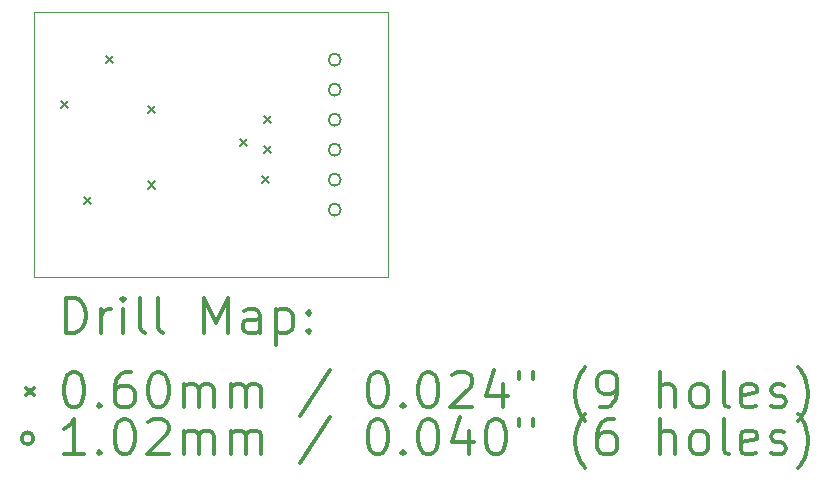
<source format=gbr>
%FSLAX45Y45*%
G04 Gerber Fmt 4.5, Leading zero omitted, Abs format (unit mm)*
G04 Created by KiCad (PCBNEW 4.0.4-stable) date *
%MOMM*%
%LPD*%
G01*
G04 APERTURE LIST*
%ADD10C,0.127000*%
%ADD11C,0.100000*%
%ADD12C,0.200000*%
%ADD13C,0.300000*%
G04 APERTURE END LIST*
D10*
D11*
X17600000Y-9500000D02*
X14600000Y-9500000D01*
X17600000Y-11750000D02*
X17600000Y-9500000D01*
X14600000Y-11750000D02*
X17600000Y-11750000D01*
X14600000Y-9500000D02*
X14600000Y-11750000D01*
D12*
X14829000Y-10257000D02*
X14889000Y-10317000D01*
X14889000Y-10257000D02*
X14829000Y-10317000D01*
X15019500Y-11069800D02*
X15079500Y-11129800D01*
X15079500Y-11069800D02*
X15019500Y-11129800D01*
X15210000Y-9876000D02*
X15270000Y-9936000D01*
X15270000Y-9876000D02*
X15210000Y-9936000D01*
X15562000Y-10297000D02*
X15622000Y-10357000D01*
X15622000Y-10297000D02*
X15562000Y-10357000D01*
X15562000Y-10937000D02*
X15622000Y-10997000D01*
X15622000Y-10937000D02*
X15562000Y-10997000D01*
X16340300Y-10574500D02*
X16400300Y-10634500D01*
X16400300Y-10574500D02*
X16340300Y-10634500D01*
X16530800Y-10892000D02*
X16590800Y-10952000D01*
X16590800Y-10892000D02*
X16530800Y-10952000D01*
X16543500Y-10384000D02*
X16603500Y-10444000D01*
X16603500Y-10384000D02*
X16543500Y-10444000D01*
X16543500Y-10638000D02*
X16603500Y-10698000D01*
X16603500Y-10638000D02*
X16543500Y-10698000D01*
X17195800Y-9906000D02*
G75*
G03X17195800Y-9906000I-50800J0D01*
G01*
X17195800Y-10160000D02*
G75*
G03X17195800Y-10160000I-50800J0D01*
G01*
X17195800Y-10414000D02*
G75*
G03X17195800Y-10414000I-50800J0D01*
G01*
X17195800Y-10668000D02*
G75*
G03X17195800Y-10668000I-50800J0D01*
G01*
X17195800Y-10922000D02*
G75*
G03X17195800Y-10922000I-50800J0D01*
G01*
X17195800Y-11176000D02*
G75*
G03X17195800Y-11176000I-50800J0D01*
G01*
D13*
X14866428Y-12220714D02*
X14866428Y-11920714D01*
X14937857Y-11920714D01*
X14980714Y-11935000D01*
X15009286Y-11963571D01*
X15023571Y-11992143D01*
X15037857Y-12049286D01*
X15037857Y-12092143D01*
X15023571Y-12149286D01*
X15009286Y-12177857D01*
X14980714Y-12206429D01*
X14937857Y-12220714D01*
X14866428Y-12220714D01*
X15166428Y-12220714D02*
X15166428Y-12020714D01*
X15166428Y-12077857D02*
X15180714Y-12049286D01*
X15195000Y-12035000D01*
X15223571Y-12020714D01*
X15252143Y-12020714D01*
X15352143Y-12220714D02*
X15352143Y-12020714D01*
X15352143Y-11920714D02*
X15337857Y-11935000D01*
X15352143Y-11949286D01*
X15366428Y-11935000D01*
X15352143Y-11920714D01*
X15352143Y-11949286D01*
X15537857Y-12220714D02*
X15509286Y-12206429D01*
X15495000Y-12177857D01*
X15495000Y-11920714D01*
X15695000Y-12220714D02*
X15666428Y-12206429D01*
X15652143Y-12177857D01*
X15652143Y-11920714D01*
X16037857Y-12220714D02*
X16037857Y-11920714D01*
X16137857Y-12135000D01*
X16237857Y-11920714D01*
X16237857Y-12220714D01*
X16509286Y-12220714D02*
X16509286Y-12063571D01*
X16495000Y-12035000D01*
X16466428Y-12020714D01*
X16409286Y-12020714D01*
X16380714Y-12035000D01*
X16509286Y-12206429D02*
X16480714Y-12220714D01*
X16409286Y-12220714D01*
X16380714Y-12206429D01*
X16366428Y-12177857D01*
X16366428Y-12149286D01*
X16380714Y-12120714D01*
X16409286Y-12106429D01*
X16480714Y-12106429D01*
X16509286Y-12092143D01*
X16652143Y-12020714D02*
X16652143Y-12320714D01*
X16652143Y-12035000D02*
X16680714Y-12020714D01*
X16737857Y-12020714D01*
X16766428Y-12035000D01*
X16780714Y-12049286D01*
X16795000Y-12077857D01*
X16795000Y-12163571D01*
X16780714Y-12192143D01*
X16766428Y-12206429D01*
X16737857Y-12220714D01*
X16680714Y-12220714D01*
X16652143Y-12206429D01*
X16923571Y-12192143D02*
X16937857Y-12206429D01*
X16923571Y-12220714D01*
X16909286Y-12206429D01*
X16923571Y-12192143D01*
X16923571Y-12220714D01*
X16923571Y-12035000D02*
X16937857Y-12049286D01*
X16923571Y-12063571D01*
X16909286Y-12049286D01*
X16923571Y-12035000D01*
X16923571Y-12063571D01*
X14535000Y-12685000D02*
X14595000Y-12745000D01*
X14595000Y-12685000D02*
X14535000Y-12745000D01*
X14923571Y-12550714D02*
X14952143Y-12550714D01*
X14980714Y-12565000D01*
X14995000Y-12579286D01*
X15009286Y-12607857D01*
X15023571Y-12665000D01*
X15023571Y-12736429D01*
X15009286Y-12793571D01*
X14995000Y-12822143D01*
X14980714Y-12836429D01*
X14952143Y-12850714D01*
X14923571Y-12850714D01*
X14895000Y-12836429D01*
X14880714Y-12822143D01*
X14866428Y-12793571D01*
X14852143Y-12736429D01*
X14852143Y-12665000D01*
X14866428Y-12607857D01*
X14880714Y-12579286D01*
X14895000Y-12565000D01*
X14923571Y-12550714D01*
X15152143Y-12822143D02*
X15166428Y-12836429D01*
X15152143Y-12850714D01*
X15137857Y-12836429D01*
X15152143Y-12822143D01*
X15152143Y-12850714D01*
X15423571Y-12550714D02*
X15366428Y-12550714D01*
X15337857Y-12565000D01*
X15323571Y-12579286D01*
X15295000Y-12622143D01*
X15280714Y-12679286D01*
X15280714Y-12793571D01*
X15295000Y-12822143D01*
X15309286Y-12836429D01*
X15337857Y-12850714D01*
X15395000Y-12850714D01*
X15423571Y-12836429D01*
X15437857Y-12822143D01*
X15452143Y-12793571D01*
X15452143Y-12722143D01*
X15437857Y-12693571D01*
X15423571Y-12679286D01*
X15395000Y-12665000D01*
X15337857Y-12665000D01*
X15309286Y-12679286D01*
X15295000Y-12693571D01*
X15280714Y-12722143D01*
X15637857Y-12550714D02*
X15666428Y-12550714D01*
X15695000Y-12565000D01*
X15709286Y-12579286D01*
X15723571Y-12607857D01*
X15737857Y-12665000D01*
X15737857Y-12736429D01*
X15723571Y-12793571D01*
X15709286Y-12822143D01*
X15695000Y-12836429D01*
X15666428Y-12850714D01*
X15637857Y-12850714D01*
X15609286Y-12836429D01*
X15595000Y-12822143D01*
X15580714Y-12793571D01*
X15566428Y-12736429D01*
X15566428Y-12665000D01*
X15580714Y-12607857D01*
X15595000Y-12579286D01*
X15609286Y-12565000D01*
X15637857Y-12550714D01*
X15866428Y-12850714D02*
X15866428Y-12650714D01*
X15866428Y-12679286D02*
X15880714Y-12665000D01*
X15909286Y-12650714D01*
X15952143Y-12650714D01*
X15980714Y-12665000D01*
X15995000Y-12693571D01*
X15995000Y-12850714D01*
X15995000Y-12693571D02*
X16009286Y-12665000D01*
X16037857Y-12650714D01*
X16080714Y-12650714D01*
X16109286Y-12665000D01*
X16123571Y-12693571D01*
X16123571Y-12850714D01*
X16266428Y-12850714D02*
X16266428Y-12650714D01*
X16266428Y-12679286D02*
X16280714Y-12665000D01*
X16309286Y-12650714D01*
X16352143Y-12650714D01*
X16380714Y-12665000D01*
X16395000Y-12693571D01*
X16395000Y-12850714D01*
X16395000Y-12693571D02*
X16409286Y-12665000D01*
X16437857Y-12650714D01*
X16480714Y-12650714D01*
X16509286Y-12665000D01*
X16523571Y-12693571D01*
X16523571Y-12850714D01*
X17109286Y-12536429D02*
X16852143Y-12922143D01*
X17495000Y-12550714D02*
X17523571Y-12550714D01*
X17552143Y-12565000D01*
X17566428Y-12579286D01*
X17580714Y-12607857D01*
X17595000Y-12665000D01*
X17595000Y-12736429D01*
X17580714Y-12793571D01*
X17566428Y-12822143D01*
X17552143Y-12836429D01*
X17523571Y-12850714D01*
X17495000Y-12850714D01*
X17466428Y-12836429D01*
X17452143Y-12822143D01*
X17437857Y-12793571D01*
X17423571Y-12736429D01*
X17423571Y-12665000D01*
X17437857Y-12607857D01*
X17452143Y-12579286D01*
X17466428Y-12565000D01*
X17495000Y-12550714D01*
X17723571Y-12822143D02*
X17737857Y-12836429D01*
X17723571Y-12850714D01*
X17709286Y-12836429D01*
X17723571Y-12822143D01*
X17723571Y-12850714D01*
X17923571Y-12550714D02*
X17952143Y-12550714D01*
X17980714Y-12565000D01*
X17995000Y-12579286D01*
X18009286Y-12607857D01*
X18023571Y-12665000D01*
X18023571Y-12736429D01*
X18009286Y-12793571D01*
X17995000Y-12822143D01*
X17980714Y-12836429D01*
X17952143Y-12850714D01*
X17923571Y-12850714D01*
X17895000Y-12836429D01*
X17880714Y-12822143D01*
X17866428Y-12793571D01*
X17852143Y-12736429D01*
X17852143Y-12665000D01*
X17866428Y-12607857D01*
X17880714Y-12579286D01*
X17895000Y-12565000D01*
X17923571Y-12550714D01*
X18137857Y-12579286D02*
X18152143Y-12565000D01*
X18180714Y-12550714D01*
X18252143Y-12550714D01*
X18280714Y-12565000D01*
X18295000Y-12579286D01*
X18309286Y-12607857D01*
X18309286Y-12636429D01*
X18295000Y-12679286D01*
X18123571Y-12850714D01*
X18309286Y-12850714D01*
X18566428Y-12650714D02*
X18566428Y-12850714D01*
X18495000Y-12536429D02*
X18423571Y-12750714D01*
X18609286Y-12750714D01*
X18709286Y-12550714D02*
X18709286Y-12607857D01*
X18823571Y-12550714D02*
X18823571Y-12607857D01*
X19266428Y-12965000D02*
X19252143Y-12950714D01*
X19223571Y-12907857D01*
X19209286Y-12879286D01*
X19195000Y-12836429D01*
X19180714Y-12765000D01*
X19180714Y-12707857D01*
X19195000Y-12636429D01*
X19209286Y-12593571D01*
X19223571Y-12565000D01*
X19252143Y-12522143D01*
X19266428Y-12507857D01*
X19395000Y-12850714D02*
X19452143Y-12850714D01*
X19480714Y-12836429D01*
X19495000Y-12822143D01*
X19523571Y-12779286D01*
X19537857Y-12722143D01*
X19537857Y-12607857D01*
X19523571Y-12579286D01*
X19509286Y-12565000D01*
X19480714Y-12550714D01*
X19423571Y-12550714D01*
X19395000Y-12565000D01*
X19380714Y-12579286D01*
X19366428Y-12607857D01*
X19366428Y-12679286D01*
X19380714Y-12707857D01*
X19395000Y-12722143D01*
X19423571Y-12736429D01*
X19480714Y-12736429D01*
X19509286Y-12722143D01*
X19523571Y-12707857D01*
X19537857Y-12679286D01*
X19895000Y-12850714D02*
X19895000Y-12550714D01*
X20023571Y-12850714D02*
X20023571Y-12693571D01*
X20009286Y-12665000D01*
X19980714Y-12650714D01*
X19937857Y-12650714D01*
X19909286Y-12665000D01*
X19895000Y-12679286D01*
X20209286Y-12850714D02*
X20180714Y-12836429D01*
X20166428Y-12822143D01*
X20152143Y-12793571D01*
X20152143Y-12707857D01*
X20166428Y-12679286D01*
X20180714Y-12665000D01*
X20209286Y-12650714D01*
X20252143Y-12650714D01*
X20280714Y-12665000D01*
X20295000Y-12679286D01*
X20309286Y-12707857D01*
X20309286Y-12793571D01*
X20295000Y-12822143D01*
X20280714Y-12836429D01*
X20252143Y-12850714D01*
X20209286Y-12850714D01*
X20480714Y-12850714D02*
X20452143Y-12836429D01*
X20437857Y-12807857D01*
X20437857Y-12550714D01*
X20709286Y-12836429D02*
X20680714Y-12850714D01*
X20623571Y-12850714D01*
X20595000Y-12836429D01*
X20580714Y-12807857D01*
X20580714Y-12693571D01*
X20595000Y-12665000D01*
X20623571Y-12650714D01*
X20680714Y-12650714D01*
X20709286Y-12665000D01*
X20723571Y-12693571D01*
X20723571Y-12722143D01*
X20580714Y-12750714D01*
X20837857Y-12836429D02*
X20866429Y-12850714D01*
X20923571Y-12850714D01*
X20952143Y-12836429D01*
X20966429Y-12807857D01*
X20966429Y-12793571D01*
X20952143Y-12765000D01*
X20923571Y-12750714D01*
X20880714Y-12750714D01*
X20852143Y-12736429D01*
X20837857Y-12707857D01*
X20837857Y-12693571D01*
X20852143Y-12665000D01*
X20880714Y-12650714D01*
X20923571Y-12650714D01*
X20952143Y-12665000D01*
X21066428Y-12965000D02*
X21080714Y-12950714D01*
X21109286Y-12907857D01*
X21123571Y-12879286D01*
X21137857Y-12836429D01*
X21152143Y-12765000D01*
X21152143Y-12707857D01*
X21137857Y-12636429D01*
X21123571Y-12593571D01*
X21109286Y-12565000D01*
X21080714Y-12522143D01*
X21066428Y-12507857D01*
X14595000Y-13111000D02*
G75*
G03X14595000Y-13111000I-50800J0D01*
G01*
X15023571Y-13246714D02*
X14852143Y-13246714D01*
X14937857Y-13246714D02*
X14937857Y-12946714D01*
X14909286Y-12989571D01*
X14880714Y-13018143D01*
X14852143Y-13032429D01*
X15152143Y-13218143D02*
X15166428Y-13232429D01*
X15152143Y-13246714D01*
X15137857Y-13232429D01*
X15152143Y-13218143D01*
X15152143Y-13246714D01*
X15352143Y-12946714D02*
X15380714Y-12946714D01*
X15409286Y-12961000D01*
X15423571Y-12975286D01*
X15437857Y-13003857D01*
X15452143Y-13061000D01*
X15452143Y-13132429D01*
X15437857Y-13189571D01*
X15423571Y-13218143D01*
X15409286Y-13232429D01*
X15380714Y-13246714D01*
X15352143Y-13246714D01*
X15323571Y-13232429D01*
X15309286Y-13218143D01*
X15295000Y-13189571D01*
X15280714Y-13132429D01*
X15280714Y-13061000D01*
X15295000Y-13003857D01*
X15309286Y-12975286D01*
X15323571Y-12961000D01*
X15352143Y-12946714D01*
X15566428Y-12975286D02*
X15580714Y-12961000D01*
X15609286Y-12946714D01*
X15680714Y-12946714D01*
X15709286Y-12961000D01*
X15723571Y-12975286D01*
X15737857Y-13003857D01*
X15737857Y-13032429D01*
X15723571Y-13075286D01*
X15552143Y-13246714D01*
X15737857Y-13246714D01*
X15866428Y-13246714D02*
X15866428Y-13046714D01*
X15866428Y-13075286D02*
X15880714Y-13061000D01*
X15909286Y-13046714D01*
X15952143Y-13046714D01*
X15980714Y-13061000D01*
X15995000Y-13089571D01*
X15995000Y-13246714D01*
X15995000Y-13089571D02*
X16009286Y-13061000D01*
X16037857Y-13046714D01*
X16080714Y-13046714D01*
X16109286Y-13061000D01*
X16123571Y-13089571D01*
X16123571Y-13246714D01*
X16266428Y-13246714D02*
X16266428Y-13046714D01*
X16266428Y-13075286D02*
X16280714Y-13061000D01*
X16309286Y-13046714D01*
X16352143Y-13046714D01*
X16380714Y-13061000D01*
X16395000Y-13089571D01*
X16395000Y-13246714D01*
X16395000Y-13089571D02*
X16409286Y-13061000D01*
X16437857Y-13046714D01*
X16480714Y-13046714D01*
X16509286Y-13061000D01*
X16523571Y-13089571D01*
X16523571Y-13246714D01*
X17109286Y-12932429D02*
X16852143Y-13318143D01*
X17495000Y-12946714D02*
X17523571Y-12946714D01*
X17552143Y-12961000D01*
X17566428Y-12975286D01*
X17580714Y-13003857D01*
X17595000Y-13061000D01*
X17595000Y-13132429D01*
X17580714Y-13189571D01*
X17566428Y-13218143D01*
X17552143Y-13232429D01*
X17523571Y-13246714D01*
X17495000Y-13246714D01*
X17466428Y-13232429D01*
X17452143Y-13218143D01*
X17437857Y-13189571D01*
X17423571Y-13132429D01*
X17423571Y-13061000D01*
X17437857Y-13003857D01*
X17452143Y-12975286D01*
X17466428Y-12961000D01*
X17495000Y-12946714D01*
X17723571Y-13218143D02*
X17737857Y-13232429D01*
X17723571Y-13246714D01*
X17709286Y-13232429D01*
X17723571Y-13218143D01*
X17723571Y-13246714D01*
X17923571Y-12946714D02*
X17952143Y-12946714D01*
X17980714Y-12961000D01*
X17995000Y-12975286D01*
X18009286Y-13003857D01*
X18023571Y-13061000D01*
X18023571Y-13132429D01*
X18009286Y-13189571D01*
X17995000Y-13218143D01*
X17980714Y-13232429D01*
X17952143Y-13246714D01*
X17923571Y-13246714D01*
X17895000Y-13232429D01*
X17880714Y-13218143D01*
X17866428Y-13189571D01*
X17852143Y-13132429D01*
X17852143Y-13061000D01*
X17866428Y-13003857D01*
X17880714Y-12975286D01*
X17895000Y-12961000D01*
X17923571Y-12946714D01*
X18280714Y-13046714D02*
X18280714Y-13246714D01*
X18209286Y-12932429D02*
X18137857Y-13146714D01*
X18323571Y-13146714D01*
X18495000Y-12946714D02*
X18523571Y-12946714D01*
X18552143Y-12961000D01*
X18566428Y-12975286D01*
X18580714Y-13003857D01*
X18595000Y-13061000D01*
X18595000Y-13132429D01*
X18580714Y-13189571D01*
X18566428Y-13218143D01*
X18552143Y-13232429D01*
X18523571Y-13246714D01*
X18495000Y-13246714D01*
X18466428Y-13232429D01*
X18452143Y-13218143D01*
X18437857Y-13189571D01*
X18423571Y-13132429D01*
X18423571Y-13061000D01*
X18437857Y-13003857D01*
X18452143Y-12975286D01*
X18466428Y-12961000D01*
X18495000Y-12946714D01*
X18709286Y-12946714D02*
X18709286Y-13003857D01*
X18823571Y-12946714D02*
X18823571Y-13003857D01*
X19266428Y-13361000D02*
X19252143Y-13346714D01*
X19223571Y-13303857D01*
X19209286Y-13275286D01*
X19195000Y-13232429D01*
X19180714Y-13161000D01*
X19180714Y-13103857D01*
X19195000Y-13032429D01*
X19209286Y-12989571D01*
X19223571Y-12961000D01*
X19252143Y-12918143D01*
X19266428Y-12903857D01*
X19509286Y-12946714D02*
X19452143Y-12946714D01*
X19423571Y-12961000D01*
X19409286Y-12975286D01*
X19380714Y-13018143D01*
X19366428Y-13075286D01*
X19366428Y-13189571D01*
X19380714Y-13218143D01*
X19395000Y-13232429D01*
X19423571Y-13246714D01*
X19480714Y-13246714D01*
X19509286Y-13232429D01*
X19523571Y-13218143D01*
X19537857Y-13189571D01*
X19537857Y-13118143D01*
X19523571Y-13089571D01*
X19509286Y-13075286D01*
X19480714Y-13061000D01*
X19423571Y-13061000D01*
X19395000Y-13075286D01*
X19380714Y-13089571D01*
X19366428Y-13118143D01*
X19895000Y-13246714D02*
X19895000Y-12946714D01*
X20023571Y-13246714D02*
X20023571Y-13089571D01*
X20009286Y-13061000D01*
X19980714Y-13046714D01*
X19937857Y-13046714D01*
X19909286Y-13061000D01*
X19895000Y-13075286D01*
X20209286Y-13246714D02*
X20180714Y-13232429D01*
X20166428Y-13218143D01*
X20152143Y-13189571D01*
X20152143Y-13103857D01*
X20166428Y-13075286D01*
X20180714Y-13061000D01*
X20209286Y-13046714D01*
X20252143Y-13046714D01*
X20280714Y-13061000D01*
X20295000Y-13075286D01*
X20309286Y-13103857D01*
X20309286Y-13189571D01*
X20295000Y-13218143D01*
X20280714Y-13232429D01*
X20252143Y-13246714D01*
X20209286Y-13246714D01*
X20480714Y-13246714D02*
X20452143Y-13232429D01*
X20437857Y-13203857D01*
X20437857Y-12946714D01*
X20709286Y-13232429D02*
X20680714Y-13246714D01*
X20623571Y-13246714D01*
X20595000Y-13232429D01*
X20580714Y-13203857D01*
X20580714Y-13089571D01*
X20595000Y-13061000D01*
X20623571Y-13046714D01*
X20680714Y-13046714D01*
X20709286Y-13061000D01*
X20723571Y-13089571D01*
X20723571Y-13118143D01*
X20580714Y-13146714D01*
X20837857Y-13232429D02*
X20866429Y-13246714D01*
X20923571Y-13246714D01*
X20952143Y-13232429D01*
X20966429Y-13203857D01*
X20966429Y-13189571D01*
X20952143Y-13161000D01*
X20923571Y-13146714D01*
X20880714Y-13146714D01*
X20852143Y-13132429D01*
X20837857Y-13103857D01*
X20837857Y-13089571D01*
X20852143Y-13061000D01*
X20880714Y-13046714D01*
X20923571Y-13046714D01*
X20952143Y-13061000D01*
X21066428Y-13361000D02*
X21080714Y-13346714D01*
X21109286Y-13303857D01*
X21123571Y-13275286D01*
X21137857Y-13232429D01*
X21152143Y-13161000D01*
X21152143Y-13103857D01*
X21137857Y-13032429D01*
X21123571Y-12989571D01*
X21109286Y-12961000D01*
X21080714Y-12918143D01*
X21066428Y-12903857D01*
M02*

</source>
